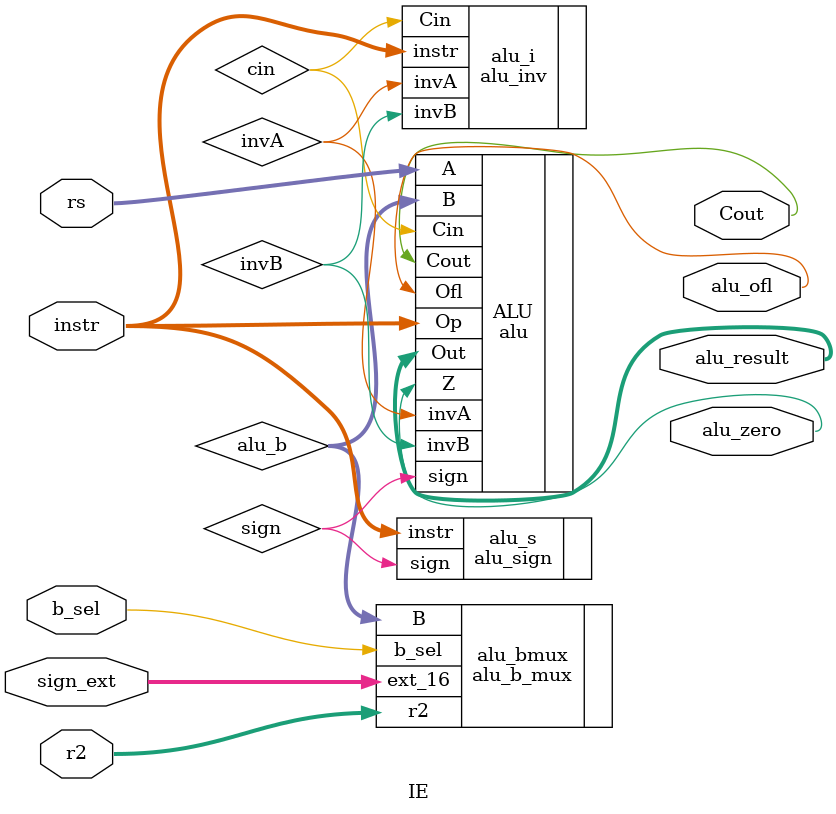
<source format=v>
module IE (instr, sign_ext, rs, r2, b_sel, alu_result, alu_zero, alu_ofl, Cout);
	input [15:0] instr;
	input [15:0] sign_ext;
	input [15:0] rs;
	input [15:0] r2;
	input b_sel;
	output [15:0] alu_result;
	output alu_zero;
	output alu_ofl;
	output Cout;

	wire [15:0] alu_b;
	wire cin, invA, invB, sign;
	alu_sign alu_s (.instr(instr), .sign(sign));
	alu_inv alu_i (.instr(instr),.invA(invA),.invB(invB),.Cin(cin));
	alu_b_mux alu_bmux (.b_sel(b_sel), .ext_16(sign_ext), .r2(r2), .B(alu_b));

	alu ALU (.A(rs), .B(alu_b), .Cin(cin), .Op(instr), .invA(invA),
		.invB(invB), .sign(sign), .Out(alu_result), .Ofl(alu_ofl), .Z(alu_zero), .Cout(Cout));
endmodule

</source>
